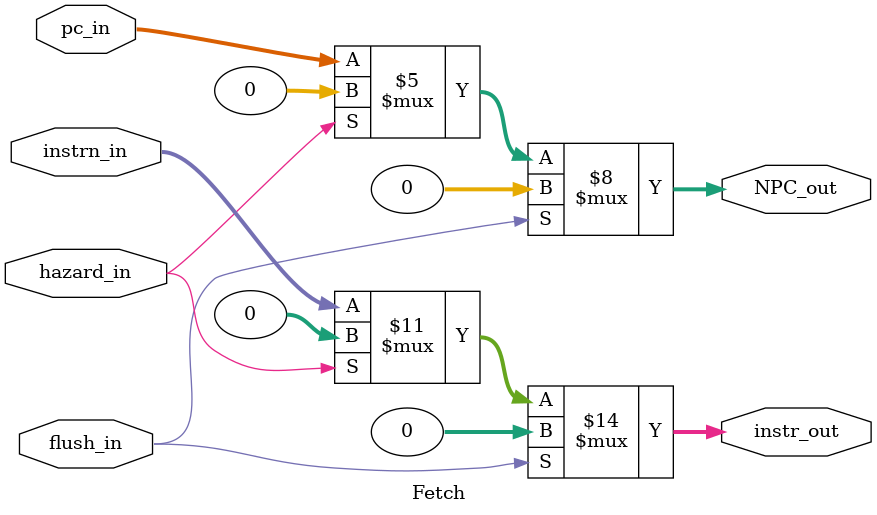
<source format=v>
/* Pipeline Stage 1 */

`ifndef __FETCH_V__
`define __FETCH_V__

module Fetch (
	// input wire clk,
	input wire [31:0] pc_in,
	input wire [31:0] instrn_in,
	input wire flush_in,
	input wire hazard_in,
	output reg [31:0] instr_out,
	output reg [31:0] NPC_out
	);

	initial
	begin
		instr_out = 0;
		NPC_out = 0;
	end

	// always @ (posedge clk)
	always @ (*)
	begin
		if (flush_in)
		begin
			instr_out <= 0;
			NPC_out <= 0;
		end
		else
		if (~hazard_in)
		begin
			instr_out <= instrn_in;
			NPC_out <= pc_in;
		end
		else
		begin
			instr_out <= 0;
			NPC_out <= 0;
		end
	end

endmodule

`endif /*__FETCH_V__*/

</source>
